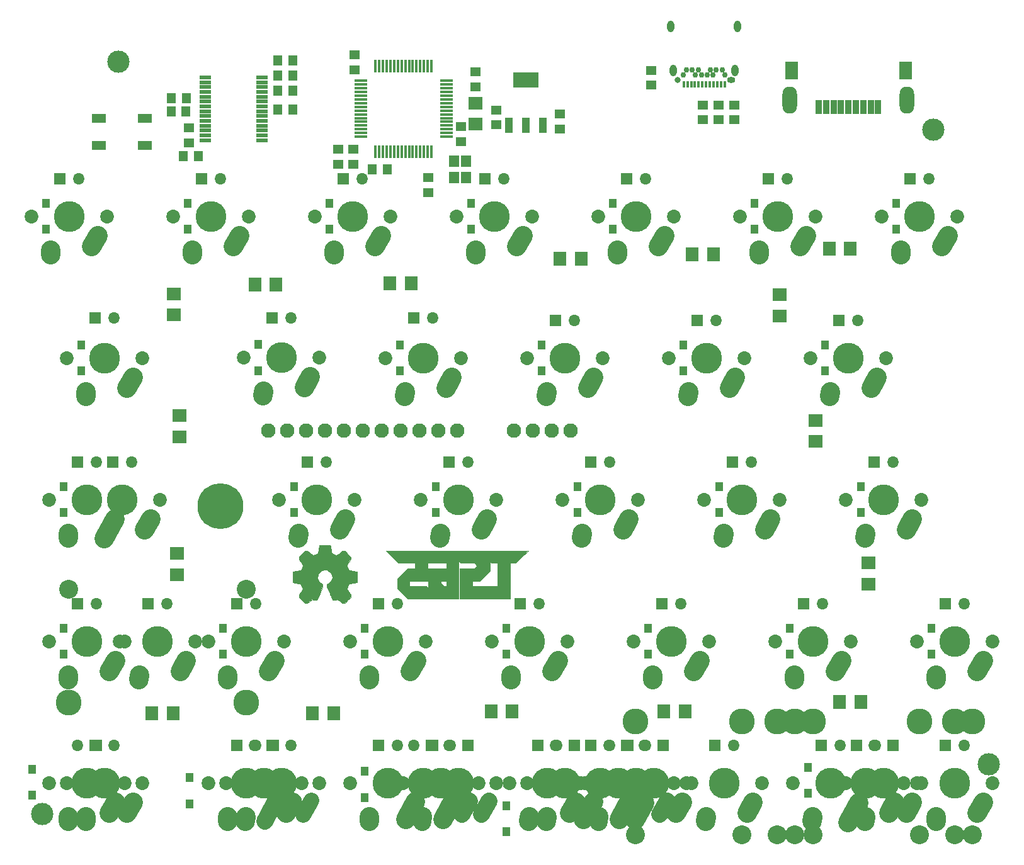
<source format=gbr>
G04 #@! TF.FileFunction,Soldermask,Bot*
%FSLAX46Y46*%
G04 Gerber Fmt 4.6, Leading zero omitted, Abs format (unit mm)*
G04 Created by KiCad (PCBNEW 4.0.1-stable) date 2/1/2016 10:13:23 PM*
%MOMM*%
G01*
G04 APERTURE LIST*
%ADD10C,0.150000*%
%ADD11C,0.002540*%
%ADD12C,0.010000*%
%ADD13O,1.552400X1.552400*%
%ADD14R,1.552400X1.552400*%
%ADD15C,4.140210*%
%ADD16C,1.854210*%
%ADD17C,2.652400*%
%ADD18C,2.540000*%
%ADD19C,3.479800*%
%ADD20C,2.252400*%
%ADD21C,2.452400*%
%ADD22R,1.152400X1.402400*%
%ADD23R,1.402400X1.152400*%
%ADD24R,1.003300X1.153160*%
%ADD25R,1.952400X1.252400*%
%ADD26R,1.953260X1.750060*%
%ADD27R,1.582400X0.552400*%
%ADD28R,0.452400X1.652400*%
%ADD29R,1.652400X0.452400*%
%ADD30R,1.352400X1.552400*%
%ADD31R,1.750060X1.953260*%
%ADD32C,1.952400*%
%ADD33C,6.152400*%
%ADD34C,3.000000*%
%ADD35O,1.952400X3.652400*%
%ADD36R,0.852400X1.952400*%
%ADD37R,1.792400X2.352400*%
%ADD38C,2.152400*%
%ADD39O,0.952400X1.552400*%
%ADD40C,0.802400*%
%ADD41O,1.102400X0.802400*%
%ADD42C,0.752400*%
%ADD43R,0.452400X0.852400*%
%ADD44R,1.102400X2.052400*%
%ADD45R,3.402400X2.052400*%
G04 APERTURE END LIST*
D10*
D11*
G36*
X60669300Y-93492760D02*
X60669300Y-93629920D01*
X60669300Y-93741680D01*
X60671840Y-93830580D01*
X60671840Y-93901700D01*
X60674380Y-93955040D01*
X60676920Y-93993140D01*
X60679460Y-94021080D01*
X60684540Y-94036320D01*
X60689620Y-94041400D01*
X60707400Y-94049020D01*
X60750580Y-94059180D01*
X60814080Y-94074420D01*
X60895360Y-94089660D01*
X60991880Y-94109980D01*
X61101100Y-94130300D01*
X61215400Y-94153160D01*
X61342400Y-94176020D01*
X61456700Y-94198880D01*
X61555760Y-94219200D01*
X61637040Y-94236980D01*
X61698000Y-94249680D01*
X61733560Y-94259840D01*
X61743720Y-94264920D01*
X61753880Y-94282700D01*
X61774200Y-94320800D01*
X61799600Y-94379220D01*
X61830080Y-94447800D01*
X61863100Y-94524000D01*
X61896120Y-94607820D01*
X61929140Y-94689100D01*
X61959620Y-94765300D01*
X61985020Y-94833880D01*
X62005340Y-94889760D01*
X62018040Y-94927860D01*
X62020580Y-94943100D01*
X62012960Y-94955800D01*
X61990100Y-94991360D01*
X61954540Y-95044700D01*
X61908820Y-95110740D01*
X61855480Y-95189480D01*
X61797060Y-95275840D01*
X61758960Y-95329180D01*
X61502420Y-95705100D01*
X61502420Y-95872740D01*
X61502420Y-96040380D01*
X61893580Y-96431540D01*
X62284740Y-96822700D01*
X62449840Y-96822700D01*
X62612400Y-96822700D01*
X62983240Y-96568700D01*
X63351540Y-96314700D01*
X63470920Y-96378200D01*
X63587760Y-96444240D01*
X63760480Y-96439160D01*
X63933200Y-96434080D01*
X64311660Y-95524760D01*
X64690120Y-94615440D01*
X64690120Y-94470660D01*
X64690120Y-94407160D01*
X64687580Y-94353820D01*
X64685040Y-94318260D01*
X64682500Y-94305560D01*
X64667260Y-94287780D01*
X64634240Y-94259840D01*
X64588520Y-94224280D01*
X64545340Y-94193800D01*
X64428500Y-94107440D01*
X64331980Y-94026160D01*
X64253240Y-93944880D01*
X64187200Y-93858520D01*
X64128780Y-93759460D01*
X64090680Y-93685800D01*
X64032260Y-93553720D01*
X63999240Y-93434340D01*
X63991620Y-93325120D01*
X63996700Y-93256540D01*
X64042420Y-93091440D01*
X64113540Y-92936500D01*
X64204980Y-92791720D01*
X64321820Y-92659640D01*
X64456440Y-92545340D01*
X64606300Y-92451360D01*
X64626620Y-92441200D01*
X64733300Y-92392940D01*
X64837440Y-92359920D01*
X64936500Y-92339600D01*
X64994920Y-92334520D01*
X65101600Y-92347220D01*
X65220980Y-92380240D01*
X65345440Y-92433580D01*
X65467360Y-92504700D01*
X65581660Y-92588520D01*
X65685800Y-92682500D01*
X65751840Y-92753620D01*
X65812800Y-92842520D01*
X65873760Y-92949200D01*
X65924560Y-93063500D01*
X65965200Y-93172720D01*
X65975360Y-93208280D01*
X65988060Y-93281940D01*
X65993140Y-93350520D01*
X65988060Y-93416560D01*
X65967740Y-93492760D01*
X65937260Y-93586740D01*
X65929640Y-93607060D01*
X65855980Y-93762000D01*
X65759460Y-93904240D01*
X65637540Y-94036320D01*
X65492760Y-94155700D01*
X65393700Y-94224280D01*
X65353060Y-94252220D01*
X65320040Y-94275080D01*
X65304800Y-94287780D01*
X65302260Y-94308100D01*
X65297180Y-94351280D01*
X65297180Y-94407160D01*
X65294640Y-94460500D01*
X65294640Y-94615440D01*
X65662940Y-95499360D01*
X65723900Y-95651760D01*
X65782320Y-95794000D01*
X65838200Y-95928620D01*
X65889000Y-96050540D01*
X65934720Y-96157220D01*
X65972820Y-96248660D01*
X66003300Y-96324860D01*
X66026160Y-96378200D01*
X66041400Y-96408680D01*
X66043940Y-96413760D01*
X66051560Y-96426460D01*
X66066800Y-96434080D01*
X66092200Y-96439160D01*
X66132840Y-96441700D01*
X66193800Y-96441700D01*
X66224280Y-96441700D01*
X66391920Y-96441700D01*
X66511300Y-96378200D01*
X66630680Y-96314700D01*
X66861820Y-96474720D01*
X66945640Y-96530600D01*
X67032000Y-96591560D01*
X67115820Y-96647440D01*
X67186940Y-96695700D01*
X67232660Y-96728720D01*
X67372360Y-96822700D01*
X67537460Y-96822700D01*
X67700020Y-96822700D01*
X68093720Y-96431540D01*
X68484880Y-96040380D01*
X68484880Y-95875280D01*
X68484880Y-95804160D01*
X68482340Y-95755900D01*
X68477260Y-95720340D01*
X68469640Y-95694940D01*
X68454400Y-95669540D01*
X68436620Y-95644140D01*
X68416300Y-95613660D01*
X68383280Y-95562860D01*
X68337560Y-95496820D01*
X68286760Y-95420620D01*
X68228340Y-95336800D01*
X68177540Y-95260600D01*
X68119120Y-95176780D01*
X68068320Y-95100580D01*
X68025140Y-95034540D01*
X67992120Y-94981200D01*
X67969260Y-94945640D01*
X67961640Y-94930400D01*
X67966720Y-94912620D01*
X67981960Y-94871980D01*
X68002280Y-94813560D01*
X68032760Y-94739900D01*
X68065780Y-94656080D01*
X68091180Y-94590040D01*
X68134360Y-94480820D01*
X68169920Y-94397000D01*
X68197860Y-94333500D01*
X68220720Y-94290320D01*
X68235960Y-94264920D01*
X68248660Y-94254760D01*
X68271520Y-94249680D01*
X68314700Y-94239520D01*
X68380740Y-94226820D01*
X68464560Y-94209040D01*
X68563620Y-94191260D01*
X68672840Y-94168400D01*
X68779520Y-94150620D01*
X68893820Y-94127760D01*
X69003040Y-94107440D01*
X69097020Y-94087120D01*
X69178300Y-94071880D01*
X69241800Y-94056640D01*
X69282440Y-94046480D01*
X69297680Y-94041400D01*
X69302760Y-94033780D01*
X69305300Y-94016000D01*
X69307840Y-93985520D01*
X69310380Y-93942340D01*
X69312920Y-93883920D01*
X69315460Y-93805180D01*
X69315460Y-93708660D01*
X69315460Y-93589280D01*
X69318000Y-93441960D01*
X69318000Y-93330200D01*
X69318000Y-92634240D01*
X69284980Y-92616460D01*
X69264660Y-92608840D01*
X69218940Y-92596140D01*
X69152900Y-92583440D01*
X69069080Y-92565660D01*
X68970020Y-92545340D01*
X68858260Y-92525020D01*
X68741420Y-92502160D01*
X68738880Y-92502160D01*
X68622040Y-92479300D01*
X68512820Y-92458980D01*
X68413760Y-92438660D01*
X68332480Y-92420880D01*
X68268980Y-92408180D01*
X68225800Y-92395480D01*
X68205480Y-92390400D01*
X68205480Y-92390400D01*
X68195320Y-92372620D01*
X68177540Y-92334520D01*
X68152140Y-92278640D01*
X68119120Y-92210060D01*
X68086100Y-92133860D01*
X68053080Y-92055120D01*
X68017520Y-91978920D01*
X67987040Y-91907800D01*
X67961640Y-91844300D01*
X67943860Y-91798580D01*
X67933700Y-91770640D01*
X67933700Y-91768100D01*
X67941320Y-91752860D01*
X67964180Y-91717300D01*
X67997200Y-91663960D01*
X68042920Y-91595380D01*
X68096260Y-91516640D01*
X68157220Y-91427740D01*
X68208020Y-91351540D01*
X68484880Y-90950220D01*
X68484880Y-90787660D01*
X68484880Y-90625100D01*
X68093720Y-90231400D01*
X67702560Y-89840240D01*
X67534920Y-89840240D01*
X67367280Y-89840240D01*
X67011680Y-90084080D01*
X66920240Y-90145040D01*
X66833880Y-90206000D01*
X66755140Y-90259340D01*
X66689100Y-90305060D01*
X66638300Y-90340620D01*
X66605280Y-90363480D01*
X66600200Y-90366020D01*
X66541780Y-90406660D01*
X66275080Y-90297440D01*
X66170940Y-90256800D01*
X66092200Y-90223780D01*
X66031240Y-90198380D01*
X65988060Y-90178060D01*
X65960120Y-90162820D01*
X65942340Y-90150120D01*
X65929640Y-90139960D01*
X65924560Y-90127260D01*
X65924560Y-90124720D01*
X65919480Y-90104400D01*
X65909320Y-90058680D01*
X65896620Y-89995180D01*
X65881380Y-89911360D01*
X65861060Y-89812300D01*
X65840740Y-89703080D01*
X65820420Y-89583700D01*
X65817880Y-89571000D01*
X65795020Y-89454160D01*
X65772160Y-89342400D01*
X65754380Y-89243340D01*
X65736600Y-89159520D01*
X65721360Y-89093480D01*
X65711200Y-89047760D01*
X65703580Y-89027440D01*
X65703580Y-89027440D01*
X65695960Y-89022360D01*
X65678180Y-89019820D01*
X65652780Y-89014740D01*
X65612140Y-89012200D01*
X65556260Y-89012200D01*
X65482600Y-89009660D01*
X65391160Y-89009660D01*
X65276860Y-89007120D01*
X65137160Y-89007120D01*
X64994920Y-89007120D01*
X64857760Y-89007120D01*
X64728220Y-89009660D01*
X64611380Y-89009660D01*
X64507240Y-89012200D01*
X64418340Y-89012200D01*
X64352300Y-89014740D01*
X64306580Y-89017280D01*
X64283720Y-89019820D01*
X64283720Y-89019820D01*
X64276100Y-89037600D01*
X64265940Y-89078240D01*
X64250700Y-89146820D01*
X64230380Y-89233180D01*
X64210060Y-89342400D01*
X64184660Y-89469400D01*
X64166880Y-89565920D01*
X64144020Y-89685300D01*
X64123700Y-89799600D01*
X64103380Y-89901200D01*
X64088140Y-89987560D01*
X64072900Y-90056140D01*
X64062740Y-90104400D01*
X64057660Y-90129800D01*
X64057660Y-90129800D01*
X64044960Y-90145040D01*
X64014480Y-90162820D01*
X63968760Y-90185680D01*
X63900180Y-90216160D01*
X63811280Y-90256800D01*
X63745240Y-90282200D01*
X63648720Y-90322840D01*
X63575060Y-90350780D01*
X63521720Y-90373640D01*
X63481080Y-90386340D01*
X63455680Y-90391420D01*
X63435360Y-90393960D01*
X63422660Y-90388880D01*
X63409960Y-90383800D01*
X63407420Y-90381260D01*
X63387100Y-90368560D01*
X63346460Y-90340620D01*
X63290580Y-90299980D01*
X63216920Y-90251720D01*
X63135640Y-90195840D01*
X63044200Y-90134880D01*
X62993400Y-90099320D01*
X62617480Y-89840240D01*
X62449840Y-89840240D01*
X62284740Y-89840240D01*
X61893580Y-90231400D01*
X61502420Y-90622560D01*
X61502420Y-90790200D01*
X61502420Y-90957840D01*
X61779280Y-91359160D01*
X62056140Y-91760480D01*
X61924060Y-92072900D01*
X61883420Y-92161800D01*
X61847860Y-92243080D01*
X61814840Y-92309120D01*
X61789440Y-92359920D01*
X61771660Y-92390400D01*
X61766580Y-92395480D01*
X61746260Y-92400560D01*
X61703080Y-92410720D01*
X61639580Y-92425960D01*
X61555760Y-92441200D01*
X61456700Y-92461520D01*
X61347480Y-92481840D01*
X61230640Y-92504700D01*
X61217940Y-92507240D01*
X61080780Y-92532640D01*
X60961400Y-92555500D01*
X60862340Y-92575820D01*
X60781060Y-92593600D01*
X60722640Y-92608840D01*
X60689620Y-92619000D01*
X60682000Y-92624080D01*
X60679460Y-92639320D01*
X60676920Y-92682500D01*
X60674380Y-92748540D01*
X60671840Y-92834900D01*
X60671840Y-92936500D01*
X60669300Y-93050800D01*
X60669300Y-93177800D01*
X60669300Y-93314960D01*
X60669300Y-93332740D01*
X60669300Y-93492760D01*
X60669300Y-93492760D01*
X60669300Y-93492760D01*
G37*
X60669300Y-93492760D02*
X60669300Y-93629920D01*
X60669300Y-93741680D01*
X60671840Y-93830580D01*
X60671840Y-93901700D01*
X60674380Y-93955040D01*
X60676920Y-93993140D01*
X60679460Y-94021080D01*
X60684540Y-94036320D01*
X60689620Y-94041400D01*
X60707400Y-94049020D01*
X60750580Y-94059180D01*
X60814080Y-94074420D01*
X60895360Y-94089660D01*
X60991880Y-94109980D01*
X61101100Y-94130300D01*
X61215400Y-94153160D01*
X61342400Y-94176020D01*
X61456700Y-94198880D01*
X61555760Y-94219200D01*
X61637040Y-94236980D01*
X61698000Y-94249680D01*
X61733560Y-94259840D01*
X61743720Y-94264920D01*
X61753880Y-94282700D01*
X61774200Y-94320800D01*
X61799600Y-94379220D01*
X61830080Y-94447800D01*
X61863100Y-94524000D01*
X61896120Y-94607820D01*
X61929140Y-94689100D01*
X61959620Y-94765300D01*
X61985020Y-94833880D01*
X62005340Y-94889760D01*
X62018040Y-94927860D01*
X62020580Y-94943100D01*
X62012960Y-94955800D01*
X61990100Y-94991360D01*
X61954540Y-95044700D01*
X61908820Y-95110740D01*
X61855480Y-95189480D01*
X61797060Y-95275840D01*
X61758960Y-95329180D01*
X61502420Y-95705100D01*
X61502420Y-95872740D01*
X61502420Y-96040380D01*
X61893580Y-96431540D01*
X62284740Y-96822700D01*
X62449840Y-96822700D01*
X62612400Y-96822700D01*
X62983240Y-96568700D01*
X63351540Y-96314700D01*
X63470920Y-96378200D01*
X63587760Y-96444240D01*
X63760480Y-96439160D01*
X63933200Y-96434080D01*
X64311660Y-95524760D01*
X64690120Y-94615440D01*
X64690120Y-94470660D01*
X64690120Y-94407160D01*
X64687580Y-94353820D01*
X64685040Y-94318260D01*
X64682500Y-94305560D01*
X64667260Y-94287780D01*
X64634240Y-94259840D01*
X64588520Y-94224280D01*
X64545340Y-94193800D01*
X64428500Y-94107440D01*
X64331980Y-94026160D01*
X64253240Y-93944880D01*
X64187200Y-93858520D01*
X64128780Y-93759460D01*
X64090680Y-93685800D01*
X64032260Y-93553720D01*
X63999240Y-93434340D01*
X63991620Y-93325120D01*
X63996700Y-93256540D01*
X64042420Y-93091440D01*
X64113540Y-92936500D01*
X64204980Y-92791720D01*
X64321820Y-92659640D01*
X64456440Y-92545340D01*
X64606300Y-92451360D01*
X64626620Y-92441200D01*
X64733300Y-92392940D01*
X64837440Y-92359920D01*
X64936500Y-92339600D01*
X64994920Y-92334520D01*
X65101600Y-92347220D01*
X65220980Y-92380240D01*
X65345440Y-92433580D01*
X65467360Y-92504700D01*
X65581660Y-92588520D01*
X65685800Y-92682500D01*
X65751840Y-92753620D01*
X65812800Y-92842520D01*
X65873760Y-92949200D01*
X65924560Y-93063500D01*
X65965200Y-93172720D01*
X65975360Y-93208280D01*
X65988060Y-93281940D01*
X65993140Y-93350520D01*
X65988060Y-93416560D01*
X65967740Y-93492760D01*
X65937260Y-93586740D01*
X65929640Y-93607060D01*
X65855980Y-93762000D01*
X65759460Y-93904240D01*
X65637540Y-94036320D01*
X65492760Y-94155700D01*
X65393700Y-94224280D01*
X65353060Y-94252220D01*
X65320040Y-94275080D01*
X65304800Y-94287780D01*
X65302260Y-94308100D01*
X65297180Y-94351280D01*
X65297180Y-94407160D01*
X65294640Y-94460500D01*
X65294640Y-94615440D01*
X65662940Y-95499360D01*
X65723900Y-95651760D01*
X65782320Y-95794000D01*
X65838200Y-95928620D01*
X65889000Y-96050540D01*
X65934720Y-96157220D01*
X65972820Y-96248660D01*
X66003300Y-96324860D01*
X66026160Y-96378200D01*
X66041400Y-96408680D01*
X66043940Y-96413760D01*
X66051560Y-96426460D01*
X66066800Y-96434080D01*
X66092200Y-96439160D01*
X66132840Y-96441700D01*
X66193800Y-96441700D01*
X66224280Y-96441700D01*
X66391920Y-96441700D01*
X66511300Y-96378200D01*
X66630680Y-96314700D01*
X66861820Y-96474720D01*
X66945640Y-96530600D01*
X67032000Y-96591560D01*
X67115820Y-96647440D01*
X67186940Y-96695700D01*
X67232660Y-96728720D01*
X67372360Y-96822700D01*
X67537460Y-96822700D01*
X67700020Y-96822700D01*
X68093720Y-96431540D01*
X68484880Y-96040380D01*
X68484880Y-95875280D01*
X68484880Y-95804160D01*
X68482340Y-95755900D01*
X68477260Y-95720340D01*
X68469640Y-95694940D01*
X68454400Y-95669540D01*
X68436620Y-95644140D01*
X68416300Y-95613660D01*
X68383280Y-95562860D01*
X68337560Y-95496820D01*
X68286760Y-95420620D01*
X68228340Y-95336800D01*
X68177540Y-95260600D01*
X68119120Y-95176780D01*
X68068320Y-95100580D01*
X68025140Y-95034540D01*
X67992120Y-94981200D01*
X67969260Y-94945640D01*
X67961640Y-94930400D01*
X67966720Y-94912620D01*
X67981960Y-94871980D01*
X68002280Y-94813560D01*
X68032760Y-94739900D01*
X68065780Y-94656080D01*
X68091180Y-94590040D01*
X68134360Y-94480820D01*
X68169920Y-94397000D01*
X68197860Y-94333500D01*
X68220720Y-94290320D01*
X68235960Y-94264920D01*
X68248660Y-94254760D01*
X68271520Y-94249680D01*
X68314700Y-94239520D01*
X68380740Y-94226820D01*
X68464560Y-94209040D01*
X68563620Y-94191260D01*
X68672840Y-94168400D01*
X68779520Y-94150620D01*
X68893820Y-94127760D01*
X69003040Y-94107440D01*
X69097020Y-94087120D01*
X69178300Y-94071880D01*
X69241800Y-94056640D01*
X69282440Y-94046480D01*
X69297680Y-94041400D01*
X69302760Y-94033780D01*
X69305300Y-94016000D01*
X69307840Y-93985520D01*
X69310380Y-93942340D01*
X69312920Y-93883920D01*
X69315460Y-93805180D01*
X69315460Y-93708660D01*
X69315460Y-93589280D01*
X69318000Y-93441960D01*
X69318000Y-93330200D01*
X69318000Y-92634240D01*
X69284980Y-92616460D01*
X69264660Y-92608840D01*
X69218940Y-92596140D01*
X69152900Y-92583440D01*
X69069080Y-92565660D01*
X68970020Y-92545340D01*
X68858260Y-92525020D01*
X68741420Y-92502160D01*
X68738880Y-92502160D01*
X68622040Y-92479300D01*
X68512820Y-92458980D01*
X68413760Y-92438660D01*
X68332480Y-92420880D01*
X68268980Y-92408180D01*
X68225800Y-92395480D01*
X68205480Y-92390400D01*
X68205480Y-92390400D01*
X68195320Y-92372620D01*
X68177540Y-92334520D01*
X68152140Y-92278640D01*
X68119120Y-92210060D01*
X68086100Y-92133860D01*
X68053080Y-92055120D01*
X68017520Y-91978920D01*
X67987040Y-91907800D01*
X67961640Y-91844300D01*
X67943860Y-91798580D01*
X67933700Y-91770640D01*
X67933700Y-91768100D01*
X67941320Y-91752860D01*
X67964180Y-91717300D01*
X67997200Y-91663960D01*
X68042920Y-91595380D01*
X68096260Y-91516640D01*
X68157220Y-91427740D01*
X68208020Y-91351540D01*
X68484880Y-90950220D01*
X68484880Y-90787660D01*
X68484880Y-90625100D01*
X68093720Y-90231400D01*
X67702560Y-89840240D01*
X67534920Y-89840240D01*
X67367280Y-89840240D01*
X67011680Y-90084080D01*
X66920240Y-90145040D01*
X66833880Y-90206000D01*
X66755140Y-90259340D01*
X66689100Y-90305060D01*
X66638300Y-90340620D01*
X66605280Y-90363480D01*
X66600200Y-90366020D01*
X66541780Y-90406660D01*
X66275080Y-90297440D01*
X66170940Y-90256800D01*
X66092200Y-90223780D01*
X66031240Y-90198380D01*
X65988060Y-90178060D01*
X65960120Y-90162820D01*
X65942340Y-90150120D01*
X65929640Y-90139960D01*
X65924560Y-90127260D01*
X65924560Y-90124720D01*
X65919480Y-90104400D01*
X65909320Y-90058680D01*
X65896620Y-89995180D01*
X65881380Y-89911360D01*
X65861060Y-89812300D01*
X65840740Y-89703080D01*
X65820420Y-89583700D01*
X65817880Y-89571000D01*
X65795020Y-89454160D01*
X65772160Y-89342400D01*
X65754380Y-89243340D01*
X65736600Y-89159520D01*
X65721360Y-89093480D01*
X65711200Y-89047760D01*
X65703580Y-89027440D01*
X65703580Y-89027440D01*
X65695960Y-89022360D01*
X65678180Y-89019820D01*
X65652780Y-89014740D01*
X65612140Y-89012200D01*
X65556260Y-89012200D01*
X65482600Y-89009660D01*
X65391160Y-89009660D01*
X65276860Y-89007120D01*
X65137160Y-89007120D01*
X64994920Y-89007120D01*
X64857760Y-89007120D01*
X64728220Y-89009660D01*
X64611380Y-89009660D01*
X64507240Y-89012200D01*
X64418340Y-89012200D01*
X64352300Y-89014740D01*
X64306580Y-89017280D01*
X64283720Y-89019820D01*
X64283720Y-89019820D01*
X64276100Y-89037600D01*
X64265940Y-89078240D01*
X64250700Y-89146820D01*
X64230380Y-89233180D01*
X64210060Y-89342400D01*
X64184660Y-89469400D01*
X64166880Y-89565920D01*
X64144020Y-89685300D01*
X64123700Y-89799600D01*
X64103380Y-89901200D01*
X64088140Y-89987560D01*
X64072900Y-90056140D01*
X64062740Y-90104400D01*
X64057660Y-90129800D01*
X64057660Y-90129800D01*
X64044960Y-90145040D01*
X64014480Y-90162820D01*
X63968760Y-90185680D01*
X63900180Y-90216160D01*
X63811280Y-90256800D01*
X63745240Y-90282200D01*
X63648720Y-90322840D01*
X63575060Y-90350780D01*
X63521720Y-90373640D01*
X63481080Y-90386340D01*
X63455680Y-90391420D01*
X63435360Y-90393960D01*
X63422660Y-90388880D01*
X63409960Y-90383800D01*
X63407420Y-90381260D01*
X63387100Y-90368560D01*
X63346460Y-90340620D01*
X63290580Y-90299980D01*
X63216920Y-90251720D01*
X63135640Y-90195840D01*
X63044200Y-90134880D01*
X62993400Y-90099320D01*
X62617480Y-89840240D01*
X62449840Y-89840240D01*
X62284740Y-89840240D01*
X61893580Y-90231400D01*
X61502420Y-90622560D01*
X61502420Y-90790200D01*
X61502420Y-90957840D01*
X61779280Y-91359160D01*
X62056140Y-91760480D01*
X61924060Y-92072900D01*
X61883420Y-92161800D01*
X61847860Y-92243080D01*
X61814840Y-92309120D01*
X61789440Y-92359920D01*
X61771660Y-92390400D01*
X61766580Y-92395480D01*
X61746260Y-92400560D01*
X61703080Y-92410720D01*
X61639580Y-92425960D01*
X61555760Y-92441200D01*
X61456700Y-92461520D01*
X61347480Y-92481840D01*
X61230640Y-92504700D01*
X61217940Y-92507240D01*
X61080780Y-92532640D01*
X60961400Y-92555500D01*
X60862340Y-92575820D01*
X60781060Y-92593600D01*
X60722640Y-92608840D01*
X60689620Y-92619000D01*
X60682000Y-92624080D01*
X60679460Y-92639320D01*
X60676920Y-92682500D01*
X60674380Y-92748540D01*
X60671840Y-92834900D01*
X60671840Y-92936500D01*
X60669300Y-93050800D01*
X60669300Y-93177800D01*
X60669300Y-93314960D01*
X60669300Y-93332740D01*
X60669300Y-93492760D01*
X60669300Y-93492760D01*
D12*
G36*
X78919680Y-91435360D02*
X81317440Y-91435360D01*
X81317440Y-92166880D01*
X78919680Y-92166880D01*
X78919680Y-93497840D01*
X78919622Y-93660521D01*
X78919453Y-93817499D01*
X78919178Y-93967585D01*
X78918806Y-94109589D01*
X78918343Y-94242325D01*
X78917796Y-94364602D01*
X78917172Y-94475233D01*
X78916478Y-94573030D01*
X78915721Y-94656804D01*
X78914908Y-94725366D01*
X78914045Y-94777528D01*
X78913140Y-94812102D01*
X78912200Y-94827899D01*
X78911914Y-94828800D01*
X78902603Y-94821938D01*
X78881432Y-94802868D01*
X78850798Y-94773856D01*
X78813100Y-94737174D01*
X78772361Y-94696720D01*
X78640574Y-94564640D01*
X76389840Y-94564640D01*
X76389840Y-93843280D01*
X78787600Y-93843280D01*
X78787600Y-89769120D01*
X73184407Y-89769120D01*
X74017481Y-90602240D01*
X74850554Y-91435360D01*
X77111200Y-91435360D01*
X77111200Y-92166880D01*
X76585392Y-92166879D01*
X76059583Y-92166879D01*
X75386512Y-92840008D01*
X74713440Y-93513136D01*
X74713441Y-94204017D01*
X74713441Y-94894897D01*
X75386569Y-95567968D01*
X76059697Y-96241040D01*
X82983839Y-96241040D01*
X82981367Y-93843280D01*
X81317440Y-93843280D01*
X81317440Y-94564640D01*
X81037871Y-94564640D01*
X80811896Y-94338497D01*
X80585920Y-94112354D01*
X80585920Y-93843280D01*
X81317440Y-93843280D01*
X82981367Y-93843280D01*
X82981220Y-93701204D01*
X82978600Y-91161369D01*
X83085280Y-91267252D01*
X83128935Y-91309981D01*
X83162673Y-91340978D01*
X83190567Y-91363248D01*
X83216691Y-91379795D01*
X83245116Y-91393626D01*
X83270965Y-91404247D01*
X83349969Y-91435359D01*
X84200711Y-91435359D01*
X85051452Y-91435360D01*
X85234121Y-91618240D01*
X85416789Y-91801119D01*
X85234120Y-91983999D01*
X85051452Y-92166880D01*
X83115760Y-92166880D01*
X83115760Y-96241040D01*
X88084000Y-96241040D01*
X88084000Y-94564640D01*
X84782000Y-94564640D01*
X84782000Y-93843280D01*
X85312889Y-93843280D01*
X85843778Y-93843279D01*
X86516998Y-93170002D01*
X87190219Y-92496724D01*
X87187530Y-91846662D01*
X87186924Y-91733099D01*
X87186085Y-91625215D01*
X87185044Y-91524783D01*
X87183831Y-91433575D01*
X87182478Y-91353363D01*
X87181016Y-91285919D01*
X87179475Y-91233015D01*
X87177885Y-91196423D01*
X87176279Y-91177916D01*
X87175860Y-91176280D01*
X87179837Y-91176740D01*
X87196152Y-91189833D01*
X87222828Y-91213772D01*
X87257884Y-91246772D01*
X87299343Y-91287045D01*
X87308071Y-91295660D01*
X87449264Y-91435360D01*
X88216080Y-91435360D01*
X88216080Y-96241040D01*
X89882320Y-96241040D01*
X89882320Y-91435360D01*
X90649447Y-91435360D01*
X91482521Y-90602240D01*
X92315594Y-89769120D01*
X78919680Y-89769120D01*
X78919680Y-91435360D01*
X78919680Y-91435360D01*
G37*
X78919680Y-91435360D02*
X81317440Y-91435360D01*
X81317440Y-92166880D01*
X78919680Y-92166880D01*
X78919680Y-93497840D01*
X78919622Y-93660521D01*
X78919453Y-93817499D01*
X78919178Y-93967585D01*
X78918806Y-94109589D01*
X78918343Y-94242325D01*
X78917796Y-94364602D01*
X78917172Y-94475233D01*
X78916478Y-94573030D01*
X78915721Y-94656804D01*
X78914908Y-94725366D01*
X78914045Y-94777528D01*
X78913140Y-94812102D01*
X78912200Y-94827899D01*
X78911914Y-94828800D01*
X78902603Y-94821938D01*
X78881432Y-94802868D01*
X78850798Y-94773856D01*
X78813100Y-94737174D01*
X78772361Y-94696720D01*
X78640574Y-94564640D01*
X76389840Y-94564640D01*
X76389840Y-93843280D01*
X78787600Y-93843280D01*
X78787600Y-89769120D01*
X73184407Y-89769120D01*
X74017481Y-90602240D01*
X74850554Y-91435360D01*
X77111200Y-91435360D01*
X77111200Y-92166880D01*
X76585392Y-92166879D01*
X76059583Y-92166879D01*
X75386512Y-92840008D01*
X74713440Y-93513136D01*
X74713441Y-94204017D01*
X74713441Y-94894897D01*
X75386569Y-95567968D01*
X76059697Y-96241040D01*
X82983839Y-96241040D01*
X82981367Y-93843280D01*
X81317440Y-93843280D01*
X81317440Y-94564640D01*
X81037871Y-94564640D01*
X80811896Y-94338497D01*
X80585920Y-94112354D01*
X80585920Y-93843280D01*
X81317440Y-93843280D01*
X82981367Y-93843280D01*
X82981220Y-93701204D01*
X82978600Y-91161369D01*
X83085280Y-91267252D01*
X83128935Y-91309981D01*
X83162673Y-91340978D01*
X83190567Y-91363248D01*
X83216691Y-91379795D01*
X83245116Y-91393626D01*
X83270965Y-91404247D01*
X83349969Y-91435359D01*
X84200711Y-91435359D01*
X85051452Y-91435360D01*
X85234121Y-91618240D01*
X85416789Y-91801119D01*
X85234120Y-91983999D01*
X85051452Y-92166880D01*
X83115760Y-92166880D01*
X83115760Y-96241040D01*
X88084000Y-96241040D01*
X88084000Y-94564640D01*
X84782000Y-94564640D01*
X84782000Y-93843280D01*
X85312889Y-93843280D01*
X85843778Y-93843279D01*
X86516998Y-93170002D01*
X87190219Y-92496724D01*
X87187530Y-91846662D01*
X87186924Y-91733099D01*
X87186085Y-91625215D01*
X87185044Y-91524783D01*
X87183831Y-91433575D01*
X87182478Y-91353363D01*
X87181016Y-91285919D01*
X87179475Y-91233015D01*
X87177885Y-91196423D01*
X87176279Y-91177916D01*
X87175860Y-91176280D01*
X87179837Y-91176740D01*
X87196152Y-91189833D01*
X87222828Y-91213772D01*
X87257884Y-91246772D01*
X87299343Y-91287045D01*
X87308071Y-91295660D01*
X87449264Y-91435360D01*
X88216080Y-91435360D01*
X88216080Y-96241040D01*
X89882320Y-96241040D01*
X89882320Y-91435360D01*
X90649447Y-91435360D01*
X91482521Y-90602240D01*
X92315594Y-89769120D01*
X78919680Y-89769120D01*
X78919680Y-91435360D01*
D13*
X138874000Y-115951000D03*
D14*
X141414000Y-115951000D03*
D15*
X140144000Y-121031000D03*
D16*
X145224000Y-121031000D03*
X135064000Y-121031000D03*
D17*
X143143547Y-125030954D02*
X143954453Y-123571046D01*
X137604276Y-126110328D02*
X137643724Y-125531672D01*
D18*
X152082000Y-128016000D03*
X128206000Y-128016000D03*
D19*
X152082000Y-112776000D03*
X128206000Y-112776000D03*
D13*
X107918000Y-115951000D03*
D14*
X110458000Y-115951000D03*
D13*
X108077000Y-115951000D03*
D14*
X105537000Y-115951000D03*
D13*
X103156000Y-115951000D03*
D14*
X105696000Y-115951000D03*
D13*
X103315000Y-115951000D03*
D14*
X100775000Y-115951000D03*
D13*
X96012000Y-115951000D03*
D14*
X98552000Y-115951000D03*
D15*
X106807000Y-121031000D03*
D16*
X111887000Y-121031000D03*
D20*
X109997432Y-125205793D02*
X111002568Y-123396207D01*
D15*
X104426000Y-121031000D03*
D16*
X99346000Y-121031000D03*
D17*
X106651760Y-125967052D02*
X107948240Y-123632948D01*
D21*
X101773474Y-126210097D02*
X101826526Y-125431903D01*
D15*
X102045000Y-121031000D03*
D17*
X104551760Y-125867052D02*
X105848240Y-123532948D01*
D15*
X97282000Y-121031000D03*
D16*
X92202000Y-121031000D03*
D17*
X99751760Y-125867052D02*
X101048240Y-123532948D01*
X94742276Y-126110328D02*
X94781724Y-125531672D01*
D15*
X109188000Y-121031000D03*
D16*
X114268000Y-121031000D03*
D17*
X112187547Y-125030954D02*
X112998453Y-123571046D01*
D13*
X81725000Y-115951000D03*
D14*
X84265000Y-115951000D03*
D15*
X82995000Y-121031000D03*
D16*
X88075000Y-121031000D03*
D20*
X85997432Y-125205793D02*
X87002568Y-123396207D01*
D22*
X47974000Y-36703000D03*
X45974000Y-36703000D03*
D23*
X96570800Y-33054800D03*
X96570800Y-31054800D03*
D22*
X58690000Y-23876000D03*
X60690000Y-23876000D03*
D23*
X85217000Y-27416000D03*
X85217000Y-25416000D03*
D15*
X133001000Y-121031000D03*
D16*
X127921000Y-121031000D03*
D17*
X135271641Y-126311294D02*
X136728359Y-123688706D01*
X130461276Y-126110328D02*
X130500724Y-125531672D01*
D15*
X137763000Y-121031000D03*
D16*
X142843000Y-121031000D03*
D17*
X140762547Y-125030954D02*
X141573453Y-123571046D01*
D24*
X103696000Y-43078400D03*
X103696000Y-46578520D03*
D15*
X106807000Y-44831000D03*
D16*
X111887000Y-44831000D03*
X101727000Y-44831000D03*
D17*
X109806547Y-48830954D02*
X110617453Y-47371046D01*
X104267276Y-49910328D02*
X104306724Y-49331672D01*
D15*
X97282000Y-63881000D03*
D16*
X102362000Y-63881000D03*
X92202000Y-63881000D03*
D17*
X100281547Y-67880954D02*
X101092453Y-66421046D01*
X94742276Y-68960328D02*
X94781724Y-68381672D01*
D25*
X34619000Y-35301800D03*
X34619000Y-31601800D03*
X40819000Y-35301800D03*
X40819000Y-31601800D03*
D18*
X144939000Y-128016000D03*
X121063000Y-128016000D03*
D19*
X144939000Y-112776000D03*
X121063000Y-112776000D03*
D15*
X73469000Y-121031000D03*
D16*
X68389000Y-121031000D03*
D17*
X75851760Y-125867052D02*
X77148240Y-123532948D01*
X70929276Y-126110328D02*
X70968724Y-125531672D01*
D18*
X149701000Y-128016000D03*
X125825000Y-128016000D03*
D19*
X149701000Y-112776000D03*
X125825000Y-112776000D03*
D18*
X130651000Y-128016000D03*
X106775000Y-128016000D03*
D19*
X130651000Y-112776000D03*
X106775000Y-112776000D03*
D15*
X32988000Y-121031000D03*
D16*
X38068000Y-121031000D03*
X27908000Y-121031000D03*
D17*
X35987547Y-125030954D02*
X36798453Y-123571046D01*
X30448276Y-126110328D02*
X30487724Y-125531672D01*
D15*
X35370000Y-121031000D03*
D16*
X40450000Y-121031000D03*
X30290000Y-121031000D03*
D17*
X38369547Y-125030954D02*
X39180453Y-123571046D01*
X32830276Y-126110328D02*
X32869724Y-125531672D01*
D15*
X35370000Y-63881000D03*
D16*
X40450000Y-63881000D03*
X30290000Y-63881000D03*
D17*
X38369547Y-67880954D02*
X39180453Y-66421046D01*
X32830276Y-68960328D02*
X32869724Y-68381672D01*
D15*
X87757000Y-44831000D03*
D16*
X92837000Y-44831000D03*
X82677000Y-44831000D03*
D17*
X90756547Y-48830954D02*
X91567453Y-47371046D01*
X85217276Y-49910328D02*
X85256724Y-49331672D01*
D26*
X126111000Y-55349140D03*
X126111000Y-58188860D03*
D27*
X56500000Y-26128000D03*
X56500000Y-26778000D03*
X56500000Y-27428000D03*
X56500000Y-28078000D03*
X56500000Y-28728000D03*
X56500000Y-29378000D03*
X56500000Y-30028000D03*
X56500000Y-30678000D03*
X56500000Y-31328000D03*
X56500000Y-31978000D03*
X56500000Y-32628000D03*
X56500000Y-33278000D03*
X56500000Y-33928000D03*
X56500000Y-34578000D03*
X48910000Y-34578000D03*
X48910000Y-33928000D03*
X48910000Y-33278000D03*
X48910000Y-32628000D03*
X48910000Y-31978000D03*
X48910000Y-31328000D03*
X48910000Y-30678000D03*
X48910000Y-30028000D03*
X48910000Y-29378000D03*
X48910000Y-28728000D03*
X48910000Y-28078000D03*
X48910000Y-27428000D03*
X48910000Y-26778000D03*
X48910000Y-26128000D03*
D15*
X125857000Y-44831000D03*
D16*
X130937000Y-44831000D03*
X120777000Y-44831000D03*
D17*
X128856547Y-48830954D02*
X129667453Y-47371046D01*
X123317276Y-49910328D02*
X123356724Y-49331672D01*
D13*
X127127000Y-39751000D03*
D14*
X124587000Y-39751000D03*
D15*
X149669000Y-101981000D03*
D16*
X154749000Y-101981000D03*
X144589000Y-101981000D03*
D17*
X152668547Y-105980954D02*
X153479453Y-104521046D01*
X147129276Y-107060328D02*
X147168724Y-106481672D01*
D15*
X94901000Y-121031000D03*
D16*
X99981000Y-121031000D03*
X89821000Y-121031000D03*
D17*
X97900547Y-125030954D02*
X98711453Y-123571046D01*
X92361276Y-126110328D02*
X92400724Y-125531672D01*
D15*
X130619000Y-101981000D03*
D16*
X135699000Y-101981000D03*
X125539000Y-101981000D03*
D17*
X133618547Y-105980954D02*
X134429453Y-104521046D01*
X128079276Y-107060328D02*
X128118724Y-106481672D01*
D15*
X111570000Y-101981000D03*
D16*
X116650000Y-101981000D03*
X106490000Y-101981000D03*
D17*
X114569547Y-105980954D02*
X115380453Y-104521046D01*
X109030276Y-107060328D02*
X109069724Y-106481672D01*
D15*
X54420000Y-101981000D03*
D16*
X59500000Y-101981000D03*
X49340000Y-101981000D03*
D17*
X57419547Y-105980954D02*
X58230453Y-104521046D01*
X51880276Y-107060328D02*
X51919724Y-106481672D01*
D15*
X42513000Y-101981000D03*
D16*
X47593000Y-101981000D03*
X37433000Y-101981000D03*
D17*
X45512547Y-105980954D02*
X46323453Y-104521046D01*
X39973276Y-107060328D02*
X40012724Y-106481672D01*
D15*
X32988000Y-101981000D03*
D16*
X38068000Y-101981000D03*
X27908000Y-101981000D03*
D17*
X35987547Y-105980954D02*
X36798453Y-104521046D01*
X30448276Y-107060328D02*
X30487724Y-106481672D01*
D15*
X73469000Y-101981000D03*
D16*
X78549000Y-101981000D03*
X68389000Y-101981000D03*
D17*
X76468547Y-105980954D02*
X77279453Y-104521046D01*
X70929276Y-107060328D02*
X70968724Y-106481672D01*
D15*
X92519000Y-101981000D03*
D16*
X97599000Y-101981000D03*
X87439000Y-101981000D03*
D17*
X95518547Y-105980954D02*
X96329453Y-104521046D01*
X89979276Y-107060328D02*
X90018724Y-106481672D01*
D15*
X63945000Y-82931000D03*
D16*
X69025000Y-82931000D03*
X58865000Y-82931000D03*
D17*
X66944547Y-86930954D02*
X67755453Y-85471046D01*
X61405276Y-88010328D02*
X61444724Y-87431672D01*
D15*
X32988000Y-82931000D03*
D16*
X27908000Y-82931000D03*
D17*
X35271641Y-88111294D02*
X36728359Y-85488706D01*
X30448276Y-88010328D02*
X30487724Y-87431672D01*
D15*
X37751000Y-82931000D03*
D16*
X42831000Y-82931000D03*
D17*
X40750547Y-86930954D02*
X41561453Y-85471046D01*
D15*
X82995000Y-82931000D03*
D16*
X88075000Y-82931000D03*
X77915000Y-82931000D03*
D17*
X85994547Y-86930954D02*
X86805453Y-85471046D01*
X80455276Y-88010328D02*
X80494724Y-87431672D01*
D15*
X102045000Y-82931000D03*
D16*
X107125000Y-82931000D03*
X96965000Y-82931000D03*
D17*
X105044547Y-86930954D02*
X105855453Y-85471046D01*
X99505276Y-88010328D02*
X99544724Y-87431672D01*
D15*
X140144000Y-82931000D03*
D16*
X145224000Y-82931000D03*
X135064000Y-82931000D03*
D17*
X143143547Y-86930954D02*
X143954453Y-85471046D01*
X137604276Y-88010328D02*
X137643724Y-87431672D01*
D15*
X78232000Y-63881000D03*
D16*
X83312000Y-63881000D03*
X73152000Y-63881000D03*
D17*
X81231547Y-67880954D02*
X82042453Y-66421046D01*
X75692276Y-68960328D02*
X75731724Y-68381672D01*
D15*
X116332000Y-63881000D03*
D16*
X121412000Y-63881000D03*
X111252000Y-63881000D03*
D17*
X119331547Y-67880954D02*
X120142453Y-66421046D01*
X113792276Y-68960328D02*
X113831724Y-68381672D01*
D15*
X144907000Y-44831000D03*
D16*
X149987000Y-44831000D03*
X139827000Y-44831000D03*
D17*
X147906547Y-48830954D02*
X148717453Y-47371046D01*
X142367276Y-49910328D02*
X142406724Y-49331672D01*
D15*
X135382000Y-63881000D03*
D16*
X140462000Y-63881000D03*
X130302000Y-63881000D03*
D17*
X138381547Y-67880954D02*
X139192453Y-66421046D01*
X132842276Y-68960328D02*
X132881724Y-68381672D01*
D15*
X30607000Y-44831000D03*
D16*
X35687000Y-44831000D03*
X25527000Y-44831000D03*
D17*
X33606547Y-48830954D02*
X34417453Y-47371046D01*
X28067276Y-49910328D02*
X28106724Y-49331672D01*
D15*
X49657000Y-44831000D03*
D16*
X54737000Y-44831000D03*
X44577000Y-44831000D03*
D17*
X52656547Y-48830954D02*
X53467453Y-47371046D01*
X47117276Y-49910328D02*
X47156724Y-49331672D01*
D15*
X68707000Y-44831000D03*
D16*
X73787000Y-44831000D03*
X63627000Y-44831000D03*
D17*
X71706547Y-48830954D02*
X72517453Y-47371046D01*
X66167276Y-49910328D02*
X66206724Y-49331672D01*
D28*
X71815000Y-24603000D03*
X72315000Y-24603000D03*
X72815000Y-24603000D03*
X73315000Y-24603000D03*
X73815000Y-24603000D03*
X74315000Y-24603000D03*
X74815000Y-24603000D03*
X75315000Y-24603000D03*
X75815000Y-24603000D03*
X76315000Y-24603000D03*
X76815000Y-24603000D03*
X77315000Y-24603000D03*
X77815000Y-24603000D03*
X78315000Y-24603000D03*
X78815000Y-24603000D03*
X79315000Y-24603000D03*
D29*
X81315000Y-26603000D03*
X81315000Y-27103000D03*
X81315000Y-27603000D03*
X81315000Y-28103000D03*
X81315000Y-28603000D03*
X81315000Y-29103000D03*
X81315000Y-29603000D03*
X81315000Y-30103000D03*
X81315000Y-30603000D03*
X81315000Y-31103000D03*
X81315000Y-31603000D03*
X81315000Y-32103000D03*
X81315000Y-32603000D03*
X81315000Y-33103000D03*
X81315000Y-33603000D03*
X81315000Y-34103000D03*
D28*
X79315000Y-36103000D03*
X78815000Y-36103000D03*
X78315000Y-36103000D03*
X77815000Y-36103000D03*
X77315000Y-36103000D03*
X76815000Y-36103000D03*
X76315000Y-36103000D03*
X75815000Y-36103000D03*
X75315000Y-36103000D03*
X74815000Y-36103000D03*
X74315000Y-36103000D03*
X73815000Y-36103000D03*
X73315000Y-36103000D03*
X72815000Y-36103000D03*
X72315000Y-36103000D03*
X71815000Y-36103000D03*
D29*
X69815000Y-34103000D03*
X69815000Y-33603000D03*
X69815000Y-33103000D03*
X69815000Y-32603000D03*
X69815000Y-32103000D03*
X69815000Y-31603000D03*
X69815000Y-31103000D03*
X69815000Y-30603000D03*
X69815000Y-30103000D03*
X69815000Y-29603000D03*
X69815000Y-29103000D03*
X69815000Y-28603000D03*
X69815000Y-28103000D03*
X69815000Y-27603000D03*
X69815000Y-27103000D03*
X69815000Y-26603000D03*
D30*
X82385000Y-39581000D03*
X83985000Y-39581000D03*
X83985000Y-37381000D03*
X82385000Y-37381000D03*
D13*
X60452000Y-58501000D03*
D14*
X57912000Y-58501000D03*
D13*
X55690000Y-96901000D03*
D14*
X53150000Y-96901000D03*
D13*
X79502000Y-58501000D03*
D14*
X76962000Y-58501000D03*
D13*
X74739000Y-96901000D03*
D14*
X72199000Y-96901000D03*
D13*
X98552000Y-58801000D03*
D14*
X96012000Y-58801000D03*
D13*
X93789000Y-96901000D03*
D14*
X91249000Y-96901000D03*
D13*
X117602000Y-58801000D03*
D14*
X115062000Y-58801000D03*
D13*
X43783000Y-96901000D03*
D14*
X41243000Y-96901000D03*
D13*
X36640000Y-58501000D03*
D14*
X34100000Y-58501000D03*
D13*
X141414000Y-77851000D03*
D14*
X138874000Y-77851000D03*
D13*
X112840000Y-96901000D03*
D14*
X110300000Y-96901000D03*
D13*
X122364000Y-77851000D03*
D14*
X119824000Y-77851000D03*
D13*
X69977000Y-39751000D03*
D14*
X67437000Y-39751000D03*
D13*
X103315000Y-77851000D03*
D14*
X100775000Y-77851000D03*
D13*
X84265000Y-77851000D03*
D14*
X81725000Y-77851000D03*
D13*
X139033000Y-115951000D03*
D14*
X136493000Y-115951000D03*
D13*
X108077000Y-39751000D03*
D14*
X105537000Y-39751000D03*
D13*
X65215000Y-77851000D03*
D14*
X62675000Y-77851000D03*
D13*
X96171000Y-115951000D03*
D14*
X93631000Y-115951000D03*
D13*
X89027000Y-39751000D03*
D14*
X86487000Y-39751000D03*
D13*
X39021000Y-77851000D03*
D14*
X36481000Y-77851000D03*
D13*
X74739000Y-115951000D03*
D14*
X72199000Y-115951000D03*
D13*
X146177000Y-39751000D03*
D14*
X143637000Y-39751000D03*
D13*
X55531000Y-115951000D03*
D14*
X58071000Y-115951000D03*
D13*
X50927500Y-39751000D03*
D14*
X48387500Y-39751000D03*
D13*
X31718000Y-115951000D03*
D14*
X34258000Y-115951000D03*
D13*
X31877000Y-39751000D03*
D14*
X29337000Y-39751000D03*
D13*
X131889000Y-96901000D03*
D14*
X129349000Y-96901000D03*
D13*
X136652000Y-58801000D03*
D14*
X134112000Y-58801000D03*
D24*
X29877000Y-81178400D03*
X29877000Y-84678520D03*
X60834000Y-81178400D03*
X60834000Y-84678520D03*
X79884000Y-81178400D03*
X79884000Y-84678520D03*
X98934000Y-81178400D03*
X98934000Y-84678520D03*
X118000000Y-81178400D03*
X118000000Y-84678520D03*
X137033000Y-81178400D03*
X137033000Y-84678520D03*
X32260000Y-62128400D03*
X32260000Y-65628520D03*
X56071000Y-62058400D03*
X56071000Y-65558520D03*
X75121000Y-62128400D03*
X75121000Y-65628520D03*
X113221000Y-62128400D03*
X113221000Y-65628520D03*
X132267000Y-62128400D03*
X132267000Y-65628520D03*
X27495500Y-43078400D03*
X27495500Y-46578520D03*
X46545500Y-43078400D03*
X46545500Y-46578520D03*
X122746000Y-43078400D03*
X122746000Y-46578520D03*
X84645500Y-43078400D03*
X84645500Y-46578520D03*
X65595500Y-43078400D03*
X65595500Y-46578520D03*
X94171000Y-62128400D03*
X94171000Y-65628520D03*
X25654000Y-119151400D03*
X25654000Y-122651520D03*
X46824900Y-120307100D03*
X46824900Y-123807220D03*
X70345300Y-119468900D03*
X70345300Y-122969020D03*
X89357200Y-124071380D03*
X89357200Y-127571500D03*
X129921000Y-118897400D03*
X129921000Y-122397520D03*
X141796000Y-43078400D03*
X141796000Y-46578520D03*
X29877000Y-100228400D03*
X29877000Y-103728520D03*
X51310000Y-100228400D03*
X51310000Y-103728520D03*
X70358000Y-100228400D03*
X70358000Y-103728520D03*
X89408000Y-100228400D03*
X89408000Y-103728520D03*
X108460000Y-100228400D03*
X108460000Y-103728520D03*
X127508000Y-100228400D03*
X127508000Y-103728520D03*
D15*
X121094000Y-82931000D03*
D16*
X126174000Y-82931000D03*
X116014000Y-82931000D03*
D17*
X124093547Y-86930954D02*
X124904453Y-85471046D01*
X118554276Y-88010328D02*
X118593724Y-87431672D01*
D15*
X59182000Y-63811000D03*
D16*
X64262000Y-63811000D03*
X54102000Y-63811000D03*
D17*
X62181547Y-67810954D02*
X62992453Y-66351046D01*
X56642276Y-68890328D02*
X56681724Y-68311672D01*
D13*
X34258000Y-77851000D03*
D14*
X31718000Y-77851000D03*
D13*
X34258000Y-96901000D03*
D14*
X31718000Y-96901000D03*
D24*
X146558000Y-100228400D03*
X146558000Y-103728520D03*
D13*
X150939000Y-96901000D03*
D14*
X148399000Y-96901000D03*
D26*
X85217000Y-32407860D03*
X85217000Y-29568140D03*
X130937000Y-72240140D03*
X130937000Y-75079860D03*
D31*
X113433860Y-111379000D03*
X110594140Y-111379000D03*
X137055860Y-110109000D03*
X134216140Y-110109000D03*
X44599860Y-111633000D03*
X41760140Y-111633000D03*
X66189860Y-111633000D03*
X63350140Y-111633000D03*
X90192860Y-111379000D03*
X87353140Y-111379000D03*
X76603860Y-53848000D03*
X73764140Y-53848000D03*
D26*
X138049000Y-91417140D03*
X138049000Y-94256860D03*
D31*
X117243860Y-49911000D03*
X114404140Y-49911000D03*
X58442860Y-53975000D03*
X55603140Y-53975000D03*
X135658860Y-49149000D03*
X132819140Y-49149000D03*
D26*
X45466000Y-71605140D03*
X45466000Y-74444860D03*
D31*
X99463860Y-50546000D03*
X96624140Y-50546000D03*
D26*
X45085000Y-92986860D03*
X45085000Y-90147140D03*
X44704000Y-55222140D03*
X44704000Y-58061860D03*
D15*
X118713000Y-121031000D03*
D16*
X123793000Y-121031000D03*
X113633000Y-121031000D03*
D17*
X121712547Y-125030954D02*
X122523453Y-123571046D01*
X116173276Y-126110328D02*
X116212724Y-125531672D01*
D15*
X149669000Y-121031000D03*
D16*
X154749000Y-121031000D03*
X144589000Y-121031000D03*
D17*
X152668547Y-125030954D02*
X153479453Y-123571046D01*
X147129276Y-126110328D02*
X147168724Y-125531672D01*
D15*
X80613000Y-121031000D03*
D16*
X85693000Y-121031000D03*
X75533000Y-121031000D03*
D20*
X83397432Y-125205793D02*
X84402568Y-123396207D01*
D21*
X78066474Y-126210097D02*
X78119526Y-125431903D01*
D15*
X78232000Y-121031000D03*
D17*
X80851760Y-125867052D02*
X82148240Y-123532948D01*
D13*
X134271000Y-115951000D03*
D14*
X131731000Y-115951000D03*
D13*
X119983000Y-115951000D03*
D14*
X117443000Y-115951000D03*
D13*
X150939000Y-115951000D03*
D14*
X148399000Y-115951000D03*
D13*
X81883000Y-115951000D03*
D14*
X79343000Y-115951000D03*
D13*
X76962000Y-115951000D03*
D14*
X79502000Y-115951000D03*
D13*
X55690000Y-115951000D03*
D14*
X53150000Y-115951000D03*
D13*
X36640000Y-115951000D03*
D14*
X34100000Y-115951000D03*
D13*
X60452000Y-115951000D03*
D14*
X57912000Y-115951000D03*
D32*
X57404000Y-73660000D03*
X59944000Y-73660000D03*
X62484000Y-73660000D03*
X65024000Y-73660000D03*
X67564000Y-73660000D03*
X70104000Y-73660000D03*
X72644000Y-73660000D03*
X75184000Y-73660000D03*
X77724000Y-73660000D03*
X80264000Y-73660000D03*
X82804000Y-73660000D03*
X90424000Y-73660000D03*
X92964000Y-73660000D03*
X95504000Y-73660000D03*
X98044000Y-73660000D03*
D23*
X83312000Y-32782000D03*
X83312000Y-34782000D03*
X88036400Y-32521400D03*
X88036400Y-30521400D03*
X68986400Y-23130000D03*
X68986400Y-25130000D03*
D22*
X60690000Y-25908000D03*
X58690000Y-25908000D03*
X58690000Y-30480000D03*
X60690000Y-30480000D03*
X60690000Y-27940000D03*
X58690000Y-27940000D03*
D23*
X117894100Y-29822900D03*
X117894100Y-31822900D03*
X120040400Y-29835600D03*
X120040400Y-31835600D03*
X78867000Y-39640000D03*
X78867000Y-41640000D03*
D22*
X73390000Y-38481000D03*
X71390000Y-38481000D03*
D23*
X66802000Y-35830000D03*
X66802000Y-37830000D03*
X68834000Y-35830000D03*
X68834000Y-37830000D03*
D22*
X44355000Y-28956000D03*
X46355000Y-28956000D03*
X44339000Y-30734000D03*
X46339000Y-30734000D03*
D23*
X46736000Y-34909000D03*
X46736000Y-32909000D03*
D18*
X30575000Y-94996000D03*
X54451000Y-94996000D03*
D19*
X30575000Y-110236000D03*
X54451000Y-110236000D03*
D33*
X50952400Y-83769200D03*
D34*
X37211000Y-24028400D03*
X146799300Y-33147000D03*
X26974800Y-125209300D03*
X154254200Y-118516400D03*
D35*
X143282000Y-29200000D03*
X127482000Y-29200000D03*
D36*
X135382000Y-30100000D03*
X136382000Y-30100000D03*
X137382000Y-30100000D03*
X138382000Y-30100000D03*
X139382000Y-30100000D03*
X134382000Y-30100000D03*
X133382000Y-30100000D03*
X132382000Y-30100000D03*
X131382000Y-30100000D03*
D37*
X143052000Y-25200000D03*
X127712000Y-25200000D03*
D23*
X115785900Y-31822900D03*
X115785900Y-29822900D03*
X108877100Y-25174700D03*
X108877100Y-27174700D03*
D15*
X54420000Y-121031000D03*
D16*
X49340000Y-121031000D03*
D20*
X56854646Y-126141891D02*
X58345354Y-123458109D01*
D17*
X51880276Y-126110328D02*
X51919724Y-125531672D01*
D15*
X59182000Y-121031000D03*
D16*
X64262000Y-121031000D03*
D38*
X62073154Y-125249503D02*
X63126846Y-123352497D01*
D15*
X56801000Y-121031000D03*
D16*
X61881000Y-121031000D03*
X51721000Y-121031000D03*
D17*
X59800547Y-125030954D02*
X60611453Y-123571046D01*
X54261276Y-126110328D02*
X54300724Y-125531672D01*
D39*
X111510000Y-19250000D03*
X120490000Y-19250000D03*
X111870000Y-25200000D03*
X120130000Y-25200000D03*
D40*
X112400000Y-26450000D03*
D41*
X119600000Y-26450000D03*
D42*
X113600000Y-25100000D03*
X115200000Y-25100000D03*
X118400000Y-25100000D03*
X117600000Y-25100000D03*
X116800000Y-25100000D03*
X114400000Y-25100000D03*
X113200000Y-25800000D03*
X114800000Y-25800000D03*
X115600000Y-25800000D03*
X116400000Y-25800000D03*
X117200000Y-25800000D03*
X118800000Y-25800000D03*
D43*
X118750000Y-27110000D03*
X118250000Y-27110000D03*
X117750000Y-27110000D03*
X117250000Y-27110000D03*
X116750000Y-27110000D03*
X116250000Y-27110000D03*
X115750000Y-27110000D03*
X115250000Y-27110000D03*
X114750000Y-27110000D03*
X114250000Y-27110000D03*
X113750000Y-27110000D03*
X113250000Y-27110000D03*
D44*
X91998800Y-32564800D03*
X89698800Y-32564800D03*
X94298800Y-32564800D03*
D45*
X91998800Y-26464800D03*
M02*

</source>
